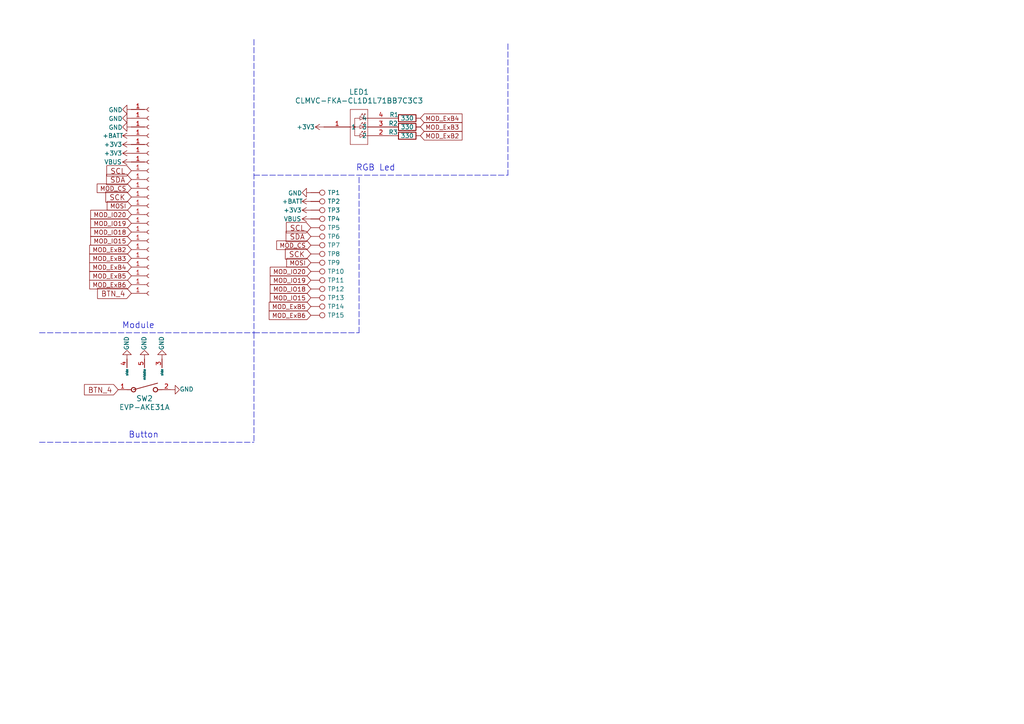
<source format=kicad_sch>
(kicad_sch (version 20231120) (generator "eeschema") (generator_version "8.0")
  (paper "A4")
  (lib_symbols
    (symbol "Yatchy:+3.3V-power" (power) (pin_names (offset 0))
      (property "Value" "power_+3.3V" (at 0 3.556 0))
      (symbol "+3.3V-power_0_1"
        (polyline (pts (xy -0.762 1.27) (xy 0 2.54)))
        (polyline (pts (xy 0 0) (xy 0 2.54)))
        (polyline (pts (xy 0 2.54) (xy 0.762 1.27)))
      )
      (symbol "+3.3V-power_1_1"
        (pin power_in line (at 0 0 90) (length 0) hide (name "+3V3") (number "1"))
      )
    )
    (symbol "Yatchy:+BATT-power" (power) (pin_names (offset 0))
      (property "Value" "power_+BATT" (at 0 3.556 0))
      (symbol "+BATT-power_0_1"
        (polyline (pts (xy -0.762 1.27) (xy 0 2.54)))
        (polyline (pts (xy 0 0) (xy 0 2.54)))
        (polyline (pts (xy 0 2.54) (xy 0.762 1.27)))
      )
      (symbol "+BATT-power_1_1"
        (pin power_in line (at 0 0 90) (length 0) hide (name "+BATT") (number "1"))
      )
    )
    (symbol "Yatchy:CLMVC-FKA-CL1D1L71BB7C3C3" (pin_names (offset 0.254))
      (property "Reference" "LED" (at 10.16 10.16 0))
      (property "Value" "CLMVC-FKA-CL1D1L71BB7C3C3" (at 10.16 7.62 0))
      (symbol "CLMVC-FKA-CL1D1L71BB7C3C3_0_1"
        (polyline (pts (xy 7.62 -5.08) (xy 12.7 -5.08)) (stroke (width 0.127)))
        (polyline (pts (xy 7.62 0) (xy 10.414 0)) (stroke (width 0.127)))
        (polyline (pts (xy 7.62 5.08) (xy 7.62 -5.08)) (stroke (width 0.127)))
        (polyline (pts (xy 8.89 -2.54) (xy 10.414 -2.54)) (stroke (width 0.127)))
        (polyline (pts (xy 8.89 2.54) (xy 8.89 -2.54)) (stroke (width 0.127)))
        (polyline (pts (xy 8.89 2.54) (xy 10.414 2.54)) (stroke (width 0.127)))
        (polyline (pts (xy 10.414 -2.032) (xy 10.414 -3.048)) (stroke (width 0.127)))
        (polyline (pts (xy 10.414 -2.032) (xy 11.43 -2.54)) (stroke (width 0.127)))
        (polyline (pts (xy 10.414 0.508) (xy 10.414 -0.508)) (stroke (width 0.127)))
        (polyline (pts (xy 10.414 0.508) (xy 11.43 0)) (stroke (width 0.127)))
        (polyline (pts (xy 10.414 3.048) (xy 10.414 2.032)) (stroke (width 0.127)))
        (polyline (pts (xy 10.414 3.048) (xy 11.43 2.54)) (stroke (width 0.127)))
        (polyline (pts (xy 10.668 -1.778) (xy 11.176 -1.27)) (stroke (width 0.127)))
        (polyline (pts (xy 10.668 0.762) (xy 11.176 1.27)) (stroke (width 0.127)))
        (polyline (pts (xy 10.668 3.302) (xy 11.176 3.81)) (stroke (width 0.127)))
        (polyline (pts (xy 11.176 -1.27) (xy 10.922 -1.27)) (stroke (width 0.127)))
        (polyline (pts (xy 11.176 -1.27) (xy 11.176 -1.524)) (stroke (width 0.127)))
        (polyline (pts (xy 11.176 1.27) (xy 10.922 1.27)) (stroke (width 0.127)))
        (polyline (pts (xy 11.176 1.27) (xy 11.176 1.016)) (stroke (width 0.127)))
        (polyline (pts (xy 11.176 3.81) (xy 10.922 3.81)) (stroke (width 0.127)))
        (polyline (pts (xy 11.176 3.81) (xy 11.176 3.556)) (stroke (width 0.127)))
        (polyline (pts (xy 11.43 -2.54) (xy 10.414 -3.048)) (stroke (width 0.127)))
        (polyline (pts (xy 11.43 -2.54) (xy 12.7 -2.54)) (stroke (width 0.127)))
        (polyline (pts (xy 11.43 -2.032) (xy 11.43 -3.048)) (stroke (width 0.127)))
        (polyline (pts (xy 11.43 -1.778) (xy 11.938 -1.27)) (stroke (width 0.127)))
        (polyline (pts (xy 11.43 0) (xy 10.414 -0.508)) (stroke (width 0.127)))
        (polyline (pts (xy 11.43 0) (xy 12.7 0)) (stroke (width 0.127)))
        (polyline (pts (xy 11.43 0.508) (xy 11.43 -0.508)) (stroke (width 0.127)))
        (polyline (pts (xy 11.43 0.762) (xy 11.938 1.27)) (stroke (width 0.127)))
        (polyline (pts (xy 11.43 2.54) (xy 10.414 2.032)) (stroke (width 0.127)))
        (polyline (pts (xy 11.43 2.54) (xy 12.7 2.54)) (stroke (width 0.127)))
        (polyline (pts (xy 11.43 3.048) (xy 11.43 2.032)) (stroke (width 0.127)))
        (polyline (pts (xy 11.43 3.302) (xy 11.938 3.81)) (stroke (width 0.127)))
        (polyline (pts (xy 11.684 -1.27) (xy 11.938 -1.27)) (stroke (width 0.127)))
        (polyline (pts (xy 11.684 1.27) (xy 11.938 1.27)) (stroke (width 0.127)))
        (polyline (pts (xy 11.684 3.81) (xy 11.938 3.81)) (stroke (width 0.127)))
        (polyline (pts (xy 11.938 -1.27) (xy 11.938 -1.524)) (stroke (width 0.127)))
        (polyline (pts (xy 11.938 1.27) (xy 11.938 1.016)) (stroke (width 0.127)))
        (polyline (pts (xy 11.938 3.81) (xy 11.938 3.556)) (stroke (width 0.127)))
        (polyline (pts (xy 12.7 -5.08) (xy 12.7 5.08)) (stroke (width 0.127)))
        (polyline (pts (xy 12.7 5.08) (xy 7.62 5.08)) (stroke (width 0.127)))
        (circle (center 8.89 0) (radius 0.127) (stroke (width 0.254)))
        (pin unspecified line (at 0 0 0) (length 7.62) (name "1") (number "1"))
        (pin unspecified line (at 20.32 -2.54 180) (length 7.62) (name "2") (number "2"))
        (pin unspecified line (at 20.32 0 180) (length 7.62) (name "3") (number "3"))
        (pin unspecified line (at 20.32 2.54 180) (length 7.62) (name "4") (number "4"))
      )
    )
    (symbol "Yatchy:Conn_01x01_Socket" (pin_names (offset 1.016) hide)
      (property "Reference" "J" (at 0 2.54 0))
      (property "Value" "Conn_01x01_Socket" (at 0 -2.54 0))
      (symbol "Conn_01x01_Socket_1_1"
        (polyline (pts (xy -1.27 0) (xy -0.508 0)) (stroke (width 0.1524)))
        (arc (start 0 0.508) (mid -0.5058 0) (end 0 -0.508) (stroke (width 0.1524)))
        (pin passive line (at -5.08 0 0) (length 3.81) (name "Pin_1") (number "1"))
      )
    )
    (symbol "Yatchy:EVP-AKE31A" (pin_names (offset 0.254))
      (property "Reference" "SW" (at 7.112 -2.794 0))
      (property "Value" "EVP-AKE31A" (at 6.858 -5.588 0))
      (symbol "EVP-AKE31A_0_1"
        (polyline (pts (xy 2.54 0) (xy 3.81 0)) (stroke (width 0.2032)))
        (polyline (pts (xy 4.445 0) (xy 11.43 1.905)) (stroke (width 0.2032)))
        (polyline (pts (xy 12.7 0) (xy 11.43 0)) (stroke (width 0.2032)))
        (circle (center 4.445 0) (radius 0.635) (stroke (width 0.254)))
        (circle (center 10.795 0) (radius 0.635) (stroke (width 0.254)))
      )
      (symbol "EVP-AKE31A_1_1"
        (pin unspecified line (at 0 0 0) (length 2.54) (name "") (number "1"))
        (pin unspecified line (at 15.24 0 180) (length 2.54) (name "") (number "2"))
        (pin input line (at 12.7 8.89 270) (length 2.54) (name "side") (number "3"))
        (pin input line (at 2.54 8.89 270) (length 2.54) (name "side") (number "4"))
        (pin input line (at 7.62 8.89 270) (length 2.54) (name "middle") (number "5"))
      )
    )
    (symbol "Yatchy:GND-power" (power) (pin_names (offset 0))
      (property "Value" "power_GND" (at 0 -3.81 0))
      (symbol "GND-power_0_1"
        (polyline (pts (xy 0 0) (xy 0 -1.27) (xy 1.27 -1.27) (xy 0 -2.54) (xy -1.27 -1.27) (xy 0 -1.27)))
      )
      (symbol "GND-power_1_1"
        (pin power_in line (at 0 0 270) (length 0) hide (name "GND") (number "1"))
      )
    )
    (symbol "Yatchy:R" (pin_numbers hide) (pin_names (offset 0))
      (property "Reference" "R" (at 2.032 0 90))
      (property "Value" "R" (at 0 0 90))
      (symbol "R_0_1"
        (rectangle (start -1.016 -2.54) (end 1.016 2.54) (stroke (width 0.254)))
      )
      (symbol "R_1_1"
        (pin passive line (at 0 3.81 270) (length 1.27) (name "~") (number "1"))
        (pin passive line (at 0 -3.81 90) (length 1.27) (name "~") (number "2"))
      )
    )
    (symbol "Yatchy:TestPoint" (pin_numbers hide) (pin_names (offset 0.762) hide)
      (property "Reference" "TP" (at 0 6.858 0))
      (property "Value" "TestPoint" (at 0 5.08 0))
      (symbol "TestPoint_0_1"
        (circle (center 0 3.302) (radius 0.762))
      )
      (symbol "TestPoint_1_1"
        (pin passive line (at 0 0 90) (length 2.54) (name "1") (number "1"))
      )
    )
    (symbol "Yatchy:VBUS-power" (power) (pin_names (offset 0))
      (property "Value" "power_VBUS" (at 0 3.81 0))
      (symbol "VBUS-power_0_1"
        (polyline (pts (xy -0.762 1.27) (xy 0 2.54)))
        (polyline (pts (xy 0 0) (xy 0 2.54)))
        (polyline (pts (xy 0 2.54) (xy 0.762 1.27)))
      )
      (symbol "VBUS-power_1_1"
        (pin power_in line (at 0 0 90) (length 0) hide (name "VBUS") (number "1"))
      )
    )
  )
  (polyline (pts (xy 104.14 96.52) (xy 104.14 50.8)) (stroke (width 0) (type dash)))
  (polyline (pts (xy 73.66 96.52) (xy 73.66 128.27)) (stroke (width 0) (type dash)))
  (polyline (pts (xy 147.32 12.7) (xy 147.32 50.8)) (stroke (width 0) (type dash)))
  (polyline (pts (xy 73.66 50.8) (xy 147.32 50.8)) (stroke (width 0) (type dash)))
  (polyline (pts (xy 11.43 96.52) (xy 73.66 96.52)) (stroke (width 0) (type dash)))
  (polyline (pts (xy 73.66 11.43) (xy 73.66 96.52)) (stroke (width 0) (type dash)))
  (polyline (pts (xy 11.43 128.27) (xy 73.66 128.27)) (stroke (width 0) (type dash)))
  (polyline (pts (xy 73.66 96.52) (xy 104.14 96.52)) (stroke (width 0) (type dash)))
  (text "RGB Led\n" (at 108.966 48.768 0) (effects (font (size 1.778 1.778))))
  (text "Button\n" (at 41.656 126.238 0) (effects (font (size 1.778 1.778))))
  (text "Module" (at 40.132 94.488 0) (effects (font (size 1.778 1.778))))
  (global_label "MOSI" (shape input) (at 38.1 59.69 180) (property "Intersheetrefs" "${INTERSHEET_REFS}" (effects (hide yes))))
  (global_label "MOD_ExB3" (shape input) (at 38.1 74.93 180) (property "Intersheetrefs" "${INTERSHEET_REFS}" (effects (hide yes))))
  (global_label "SCK" (shape input) (at 90.17 73.66 180) (effects (font (size 1.524 1.524))) (property "Intersheetrefs" "${INTERSHEET_REFS}" (effects (hide yes))))
  (global_label "MOD_IO20" (shape input) (at 90.17 78.74 180) (property "Intersheetrefs" "${INTERSHEET_REFS}" (effects (hide yes))))
  (global_label "BTN_4" (shape input) (at 34.29 113.03 180) (effects (font (size 1.524 1.524))) (property "Intersheetrefs" "${INTERSHEET_REFS}" (effects (hide yes))))
  (global_label "MOD_ExB2" (shape input) (at 38.1 72.39 180) (property "Intersheetrefs" "${INTERSHEET_REFS}" (effects (hide yes))))
  (global_label "MOD_ExB6" (shape input) (at 38.1 82.55 180) (property "Intersheetrefs" "${INTERSHEET_REFS}" (effects (hide yes))))
  (global_label "MOD_IO18" (shape input) (at 38.1 67.31 180) (property "Intersheetrefs" "${INTERSHEET_REFS}" (effects (hide yes))))
  (global_label "MOD_ExB2" (shape input) (at 121.92 39.37 0) (property "Intersheetrefs" "${INTERSHEET_REFS}" (effects (hide yes))))
  (global_label "MOD_CS" (shape input) (at 90.17 71.12 180) (property "Intersheetrefs" "${INTERSHEET_REFS}" (effects (hide yes))))
  (global_label "MOD_ExB5" (shape input) (at 90.17 88.9 180) (property "Intersheetrefs" "${INTERSHEET_REFS}" (effects (hide yes))))
  (global_label "SCL" (shape input) (at 38.1 49.53 180) (effects (font (size 1.524 1.524))) (property "Intersheetrefs" "${INTERSHEET_REFS}" (effects (hide yes))))
  (global_label "BTN_4" (shape input) (at 38.1 85.09 180) (effects (font (size 1.524 1.524))) (property "Intersheetrefs" "${INTERSHEET_REFS}" (effects (hide yes))))
  (global_label "MOD_IO19" (shape input) (at 38.1 64.77 180) (property "Intersheetrefs" "${INTERSHEET_REFS}" (effects (hide yes))))
  (global_label "MOD_ExB3" (shape input) (at 121.92 36.83 0) (property "Intersheetrefs" "${INTERSHEET_REFS}" (effects (hide yes))))
  (global_label "MOD_ExB6" (shape input) (at 90.17 91.44 180) (property "Intersheetrefs" "${INTERSHEET_REFS}" (effects (hide yes))))
  (global_label "SDA" (shape input) (at 90.17 68.58 180) (effects (font (size 1.524 1.524))) (property "Intersheetrefs" "${INTERSHEET_REFS}" (effects (hide yes))))
  (global_label "SCL" (shape input) (at 90.17 66.04 180) (effects (font (size 1.524 1.524))) (property "Intersheetrefs" "${INTERSHEET_REFS}" (effects (hide yes))))
  (global_label "MOD_ExB5" (shape input) (at 38.1 80.01 180) (property "Intersheetrefs" "${INTERSHEET_REFS}" (effects (hide yes))))
  (global_label "MOD_IO15" (shape input) (at 90.17 86.36 180) (property "Intersheetrefs" "${INTERSHEET_REFS}" (effects (hide yes))))
  (global_label "MOD_IO15" (shape input) (at 38.1 69.85 180) (property "Intersheetrefs" "${INTERSHEET_REFS}" (effects (hide yes))))
  (global_label "MOD_IO20" (shape input) (at 38.1 62.23 180) (property "Intersheetrefs" "${INTERSHEET_REFS}" (effects (hide yes))))
  (global_label "MOD_CS" (shape input) (at 38.1 54.61 180) (property "Intersheetrefs" "${INTERSHEET_REFS}" (effects (hide yes))))
  (global_label "MOD_ExB4" (shape input) (at 121.92 34.29 0) (property "Intersheetrefs" "${INTERSHEET_REFS}" (effects (hide yes))))
  (global_label "MOD_IO19" (shape input) (at 90.17 81.28 180) (property "Intersheetrefs" "${INTERSHEET_REFS}" (effects (hide yes))))
  (global_label "MOD_ExB4" (shape input) (at 38.1 77.47 180) (property "Intersheetrefs" "${INTERSHEET_REFS}" (effects (hide yes))))
  (global_label "MOSI" (shape input) (at 90.17 76.2 180) (property "Intersheetrefs" "${INTERSHEET_REFS}" (effects (hide yes))))
  (global_label "SDA" (shape input) (at 38.1 52.07 180) (effects (font (size 1.524 1.524))) (property "Intersheetrefs" "${INTERSHEET_REFS}" (effects (hide yes))))
  (global_label "SCK" (shape input) (at 38.1 57.15 180) (effects (font (size 1.524 1.524))) (property "Intersheetrefs" "${INTERSHEET_REFS}" (effects (hide yes))))
  (global_label "MOD_IO18" (shape input) (at 90.17 83.82 180) (property "Intersheetrefs" "${INTERSHEET_REFS}" (effects (hide yes))))
  (symbol (lib_id "Yatchy:TestPoint") (at 90.17 81.28 270) (unit 1)
    (property "Reference" "TP11" (at 94.996 81.28 90) (effects (justify left)))
    (property "Value" "TestPoint" (effects (hide yes)))
    (property "Footprint" "module:TestPoint_THTPad_D1.0mm_Drill0.5mm" (effects (hide yes)))
    (property "Description" "test point" (effects (hide yes)))
  )
  (symbol (lib_id "Yatchy:+3.3V-power") (at 93.98 36.83 90) (unit 1)
    (property "Reference" "#PWR06" (effects (hide yes)))
    (property "Value" "+3V3" (at 91.313 36.83 90) (effects (justify left)))
  )
  (symbol (lib_id "Yatchy:EVP-AKE31A") (at 34.29 113.03 0) (unit 1)
    (property "Reference" "SW2" (at 41.91 115.57 0) (effects (font (size 1.524 1.524))))
    (property "Value" "EVP-AKE31A" (at 41.91 118.11 0) (effects (font (size 1.524 1.524))))
    (property "Footprint" "SW_EVP-AKE31A_PAN" (effects (hide yes)))
    (property "Datasheet" "EVP-AKE31A" (effects (hide yes)))
  )
  (symbol (lib_id "Yatchy:GND-power") (at 38.1 31.75 270) (mirror x) (unit 1)
    (property "Reference" "#PWR03" (effects (hide yes)))
    (property "Value" "GND" (at 35.56 31.877 90) (effects (justify right)))
  )
  (symbol (lib_id "Yatchy:Conn_01x01_Socket") (at 43.18 77.47 0) (unit 1)
    (property "Reference" "J19" (effects (hide yes)))
    (property "Value" "MOD_CONN" (effects (hide yes)))
    (property "Footprint" "Yatchy:mod_Connector" (effects (hide yes)))
    (property "Description" "Generic connector, single row, 01x01, script generated" (effects (hide yes)))
  )
  (symbol (lib_id "Yatchy:GND-power") (at 41.91 104.14 0) (mirror x) (unit 1)
    (property "Reference" "#PWR08" (effects (hide yes)))
    (property "Value" "GND" (at 41.783 101.6 90) (effects (justify right)))
  )
  (symbol (lib_id "Yatchy:TestPoint") (at 90.17 78.74 270) (unit 1)
    (property "Reference" "TP10" (at 94.996 78.74 90) (effects (justify left)))
    (property "Value" "TestPoint" (effects (hide yes)))
    (property "Footprint" "module:TestPoint_THTPad_D1.0mm_Drill0.5mm" (effects (hide yes)))
    (property "Description" "test point" (effects (hide yes)))
  )
  (symbol (lib_id "Yatchy:TestPoint") (at 90.17 66.04 270) (unit 1)
    (property "Reference" "TP5" (at 94.996 66.04 90) (effects (justify left)))
    (property "Value" "TestPoint" (effects (hide yes)))
    (property "Footprint" "module:TestPoint_THTPad_D1.0mm_Drill0.5mm" (effects (hide yes)))
    (property "Description" "test point" (effects (hide yes)))
  )
  (symbol (lib_id "Yatchy:TestPoint") (at 90.17 86.36 270) (unit 1)
    (property "Reference" "TP13" (at 94.996 86.36 90) (effects (justify left)))
    (property "Value" "TestPoint" (effects (hide yes)))
    (property "Footprint" "module:TestPoint_THTPad_D1.0mm_Drill0.5mm" (effects (hide yes)))
    (property "Description" "test point" (effects (hide yes)))
  )
  (symbol (lib_id "Yatchy:R") (at 118.11 36.83 90) (unit 1)
    (property "Reference" "R2" (at 114.046 35.814 90))
    (property "Value" "330" (at 118.11 36.83 90))
    (property "Footprint" "Resistor_SMD:R_0402_1005Metric" (effects (hide yes)))
    (property "Description" "Resistor" (effects (hide yes)))
  )
  (symbol (lib_id "Yatchy:+3.3V-power") (at 38.1 41.91 90) (unit 1)
    (property "Reference" "#PWR012" (effects (hide yes)))
    (property "Value" "+3V3" (at 35.433 41.91 90) (effects (justify left)))
  )
  (symbol (lib_id "Yatchy:GND-power") (at 49.53 113.03 90) (mirror x) (unit 1)
    (property "Reference" "#PWR015" (effects (hide yes)))
    (property "Value" "GND" (at 52.07 112.903 90) (effects (justify right)))
  )
  (symbol (lib_id "Yatchy:TestPoint") (at 90.17 76.2 270) (unit 1)
    (property "Reference" "TP9" (at 94.996 76.2 90) (effects (justify left)))
    (property "Value" "TestPoint" (effects (hide yes)))
    (property "Footprint" "module:TestPoint_THTPad_D1.0mm_Drill0.5mm" (effects (hide yes)))
    (property "Description" "test point" (effects (hide yes)))
  )
  (symbol (lib_id "Yatchy:TestPoint") (at 90.17 71.12 270) (unit 1)
    (property "Reference" "TP7" (at 94.996 71.12 90) (effects (justify left)))
    (property "Value" "TestPoint" (effects (hide yes)))
    (property "Footprint" "module:TestPoint_THTPad_D1.0mm_Drill0.5mm" (effects (hide yes)))
    (property "Description" "test point" (effects (hide yes)))
  )
  (symbol (lib_id "Yatchy:GND-power") (at 36.83 104.14 0) (mirror x) (unit 1)
    (property "Reference" "#PWR09" (effects (hide yes)))
    (property "Value" "GND" (at 36.703 101.6 90) (effects (justify right)))
  )
  (symbol (lib_id "Yatchy:Conn_01x01_Socket") (at 43.18 85.09 0) (unit 1)
    (property "Reference" "J22" (effects (hide yes)))
    (property "Value" "MOD_CONN" (effects (hide yes)))
    (property "Footprint" "Yatchy:mod_Connector" (effects (hide yes)))
    (property "Description" "Generic connector, single row, 01x01, script generated" (effects (hide yes)))
  )
  (symbol (lib_id "Yatchy:Conn_01x01_Socket") (at 43.18 39.37 0) (unit 1)
    (property "Reference" "J4" (effects (hide yes)))
    (property "Value" "MOD_CONN" (effects (hide yes)))
    (property "Footprint" "Yatchy:mod_Connector" (effects (hide yes)))
    (property "Description" "Generic connector, single row, 01x01, script generated" (effects (hide yes)))
  )
  (symbol (lib_id "Yatchy:Conn_01x01_Socket") (at 43.18 52.07 0) (unit 1)
    (property "Reference" "J9" (effects (hide yes)))
    (property "Value" "MOD_CONN" (effects (hide yes)))
    (property "Footprint" "Yatchy:mod_Connector" (effects (hide yes)))
    (property "Description" "Generic connector, single row, 01x01, script generated" (effects (hide yes)))
  )
  (symbol (lib_id "Yatchy:TestPoint") (at 90.17 60.96 270) (unit 1)
    (property "Reference" "TP3" (at 94.996 60.96 90) (effects (justify left)))
    (property "Value" "TestPoint" (effects (hide yes)))
    (property "Footprint" "module:TestPoint_THTPad_D1.0mm_Drill0.5mm" (effects (hide yes)))
    (property "Description" "test point" (effects (hide yes)))
  )
  (symbol (lib_id "Yatchy:Conn_01x01_Socket") (at 43.18 59.69 0) (unit 1)
    (property "Reference" "J12" (effects (hide yes)))
    (property "Value" "MOD_CONN" (effects (hide yes)))
    (property "Footprint" "Yatchy:mod_Connector" (effects (hide yes)))
    (property "Description" "Generic connector, single row, 01x01, script generated" (effects (hide yes)))
  )
  (symbol (lib_id "Yatchy:Conn_01x01_Socket") (at 43.18 57.15 0) (unit 1)
    (property "Reference" "J11" (effects (hide yes)))
    (property "Value" "MOD_CONN" (effects (hide yes)))
    (property "Footprint" "Yatchy:mod_Connector" (effects (hide yes)))
    (property "Description" "Generic connector, single row, 01x01, script generated" (effects (hide yes)))
  )
  (symbol (lib_id "Yatchy:Conn_01x01_Socket") (at 43.18 44.45 0) (unit 1)
    (property "Reference" "J6" (effects (hide yes)))
    (property "Value" "MOD_CONN" (effects (hide yes)))
    (property "Footprint" "Yatchy:mod_Connector" (effects (hide yes)))
    (property "Description" "Generic connector, single row, 01x01, script generated" (effects (hide yes)))
  )
  (symbol (lib_id "Yatchy:VBUS-power") (at 90.17 63.5 90) (unit 1)
    (property "Reference" "#PWR020" (effects (hide yes)))
    (property "Value" "VBUS" (at 84.836 63.5 90))
  )
  (symbol (lib_id "Yatchy:TestPoint") (at 90.17 83.82 270) (unit 1)
    (property "Reference" "TP12" (at 94.996 83.82 90) (effects (justify left)))
    (property "Value" "TestPoint" (effects (hide yes)))
    (property "Footprint" "module:TestPoint_THTPad_D1.0mm_Drill0.5mm" (effects (hide yes)))
    (property "Description" "test point" (effects (hide yes)))
  )
  (symbol (lib_id "Yatchy:Conn_01x01_Socket") (at 43.18 82.55 0) (unit 1)
    (property "Reference" "J21" (effects (hide yes)))
    (property "Value" "MOD_CONN" (effects (hide yes)))
    (property "Footprint" "Yatchy:mod_Connector" (effects (hide yes)))
    (property "Description" "Generic connector, single row, 01x01, script generated" (effects (hide yes)))
  )
  (symbol (lib_id "Yatchy:TestPoint") (at 90.17 68.58 270) (unit 1)
    (property "Reference" "TP6" (at 94.996 68.58 90) (effects (justify left)))
    (property "Value" "TestPoint" (effects (hide yes)))
    (property "Footprint" "module:TestPoint_THTPad_D1.0mm_Drill0.5mm" (effects (hide yes)))
    (property "Description" "test point" (effects (hide yes)))
  )
  (symbol (lib_id "Yatchy:+3.3V-power") (at 38.1 44.45 90) (unit 1)
    (property "Reference" "#PWR013" (effects (hide yes)))
    (property "Value" "+3V3" (at 35.433 44.45 90) (effects (justify left)))
  )
  (symbol (lib_id "Yatchy:GND-power") (at 38.1 34.29 270) (mirror x) (unit 1)
    (property "Reference" "#PWR04" (effects (hide yes)))
    (property "Value" "GND" (at 35.56 34.417 90) (effects (justify right)))
  )
  (symbol (lib_id "Yatchy:Conn_01x01_Socket") (at 43.18 67.31 0) (unit 1)
    (property "Reference" "J15" (effects (hide yes)))
    (property "Value" "MOD_CONN" (effects (hide yes)))
    (property "Footprint" "Yatchy:mod_Connector" (effects (hide yes)))
    (property "Description" "Generic connector, single row, 01x01, script generated" (effects (hide yes)))
  )
  (symbol (lib_id "Yatchy:+BATT-power") (at 38.1 39.37 90) (unit 1)
    (property "Reference" "#PWR011" (effects (hide yes)))
    (property "Value" "+BATT" (at 32.766 39.37 90))
  )
  (symbol (lib_id "Yatchy:GND-power") (at 90.17 55.88 270) (mirror x) (unit 1)
    (property "Reference" "#PWR01" (effects (hide yes)))
    (property "Value" "GND" (at 87.63 56.007 90) (effects (justify right)))
  )
  (symbol (lib_id "Yatchy:GND-power") (at 38.1 36.83 270) (mirror x) (unit 1)
    (property "Reference" "#PWR010" (effects (hide yes)))
    (property "Value" "GND" (at 35.56 36.957 90) (effects (justify right)))
  )
  (symbol (lib_id "Yatchy:TestPoint") (at 90.17 63.5 270) (unit 1)
    (property "Reference" "TP4" (at 94.996 63.5 90) (effects (justify left)))
    (property "Value" "TestPoint" (effects (hide yes)))
    (property "Footprint" "module:TestPoint_THTPad_D1.0mm_Drill0.5mm" (effects (hide yes)))
    (property "Description" "test point" (effects (hide yes)))
  )
  (symbol (lib_id "Yatchy:Conn_01x01_Socket") (at 43.18 49.53 0) (unit 1)
    (property "Reference" "J8" (effects (hide yes)))
    (property "Value" "MOD_CONN" (effects (hide yes)))
    (property "Footprint" "Yatchy:mod_Connector" (effects (hide yes)))
    (property "Description" "Generic connector, single row, 01x01, script generated" (effects (hide yes)))
  )
  (symbol (lib_id "Yatchy:CLMVC-FKA-CL1D1L71BB7C3C3") (at 93.98 36.83 0) (unit 1)
    (property "Reference" "LED1" (at 104.14 26.67 0) (effects (font (size 1.524 1.524))))
    (property "Value" "CLMVC-FKA-CL1D1L71BB7C3C3" (at 104.14 29.21 0) (effects (font (size 1.524 1.524))))
    (property "Footprint" "Yatchy:CLMVC-FKA-CL1D1L71BB7C3C3_CRE" (effects (hide yes)))
    (property "Datasheet" "CLMVC-FKA-CL1D1L71BB7C3C3" (effects (hide yes)))
  )
  (symbol (lib_id "Yatchy:GND-power") (at 46.99 104.14 0) (mirror x) (unit 1)
    (property "Reference" "#PWR05" (effects (hide yes)))
    (property "Value" "GND" (at 46.863 101.6 90) (effects (justify right)))
  )
  (symbol (lib_id "Yatchy:Conn_01x01_Socket") (at 43.18 74.93 0) (unit 1)
    (property "Reference" "J18" (effects (hide yes)))
    (property "Value" "MOD_CONN" (effects (hide yes)))
    (property "Footprint" "Yatchy:mod_Connector" (effects (hide yes)))
    (property "Description" "Generic connector, single row, 01x01, script generated" (effects (hide yes)))
  )
  (symbol (lib_id "Yatchy:Conn_01x01_Socket") (at 43.18 36.83 0) (unit 1)
    (property "Reference" "J3" (effects (hide yes)))
    (property "Value" "MOD_CONN" (effects (hide yes)))
    (property "Footprint" "Yatchy:mod_Connector" (effects (hide yes)))
    (property "Description" "Generic connector, single row, 01x01, script generated" (effects (hide yes)))
  )
  (symbol (lib_id "Yatchy:Conn_01x01_Socket") (at 43.18 62.23 0) (unit 1)
    (property "Reference" "J13" (effects (hide yes)))
    (property "Value" "MOD_CONN" (effects (hide yes)))
    (property "Footprint" "Yatchy:mod_Connector" (effects (hide yes)))
    (property "Description" "Generic connector, single row, 01x01, script generated" (effects (hide yes)))
  )
  (symbol (lib_id "Yatchy:TestPoint") (at 90.17 88.9 270) (unit 1)
    (property "Reference" "TP14" (at 94.996 88.9 90) (effects (justify left)))
    (property "Value" "TestPoint" (effects (hide yes)))
    (property "Footprint" "module:TestPoint_THTPad_D1.0mm_Drill0.5mm" (effects (hide yes)))
    (property "Description" "test point" (effects (hide yes)))
  )
  (symbol (lib_id "Yatchy:+3.3V-power") (at 90.17 60.96 90) (unit 1)
    (property "Reference" "#PWR019" (effects (hide yes)))
    (property "Value" "+3V3" (at 87.503 60.96 90) (effects (justify left)))
  )
  (symbol (lib_id "Yatchy:Conn_01x01_Socket") (at 43.18 41.91 0) (unit 1)
    (property "Reference" "J5" (effects (hide yes)))
    (property "Value" "MOD_CONN" (effects (hide yes)))
    (property "Footprint" "Yatchy:mod_Connector" (effects (hide yes)))
    (property "Description" "Generic connector, single row, 01x01, script generated" (effects (hide yes)))
  )
  (symbol (lib_id "Yatchy:Conn_01x01_Socket") (at 43.18 34.29 0) (unit 1)
    (property "Reference" "J2" (effects (hide yes)))
    (property "Value" "MOD_CONN" (effects (hide yes)))
    (property "Footprint" "Yatchy:mod_Connector" (effects (hide yes)))
    (property "Description" "Generic connector, single row, 01x01, script generated" (effects (hide yes)))
  )
  (symbol (lib_id "Yatchy:Conn_01x01_Socket") (at 43.18 69.85 0) (unit 1)
    (property "Reference" "J16" (effects (hide yes)))
    (property "Value" "MOD_CONN" (effects (hide yes)))
    (property "Footprint" "Yatchy:mod_Connector" (effects (hide yes)))
    (property "Description" "Generic connector, single row, 01x01, script generated" (effects (hide yes)))
  )
  (symbol (lib_id "Yatchy:TestPoint") (at 90.17 55.88 270) (unit 1)
    (property "Reference" "TP1" (at 94.996 55.88 90) (effects (justify left)))
    (property "Value" "TestPoint" (effects (hide yes)))
    (property "Footprint" "module:TestPoint_THTPad_D1.0mm_Drill0.5mm" (effects (hide yes)))
    (property "Description" "test point" (effects (hide yes)))
  )
  (symbol (lib_id "Yatchy:Conn_01x01_Socket") (at 43.18 80.01 0) (unit 1)
    (property "Reference" "J20" (effects (hide yes)))
    (property "Value" "MOD_CONN" (effects (hide yes)))
    (property "Footprint" "Yatchy:mod_Connector" (effects (hide yes)))
    (property "Description" "Generic connector, single row, 01x01, script generated" (effects (hide yes)))
  )
  (symbol (lib_id "Yatchy:TestPoint") (at 90.17 73.66 270) (unit 1)
    (property "Reference" "TP8" (at 94.996 73.66 90) (effects (justify left)))
    (property "Value" "TestPoint" (effects (hide yes)))
    (property "Footprint" "module:TestPoint_THTPad_D1.0mm_Drill0.5mm" (effects (hide yes)))
    (property "Description" "test point" (effects (hide yes)))
  )
  (symbol (lib_id "Yatchy:TestPoint") (at 90.17 58.42 270) (unit 1)
    (property "Reference" "TP2" (at 94.996 58.42 90) (effects (justify left)))
    (property "Value" "TestPoint" (effects (hide yes)))
    (property "Footprint" "module:TestPoint_THTPad_D1.0mm_Drill0.5mm" (effects (hide yes)))
    (property "Description" "test point" (effects (hide yes)))
  )
  (symbol (lib_id "Yatchy:Conn_01x01_Socket") (at 43.18 72.39 0) (unit 1)
    (property "Reference" "J17" (effects (hide yes)))
    (property "Value" "MOD_CONN" (effects (hide yes)))
    (property "Footprint" "Yatchy:mod_Connector" (effects (hide yes)))
    (property "Description" "Generic connector, single row, 01x01, script generated" (effects (hide yes)))
  )
  (symbol (lib_id "Yatchy:Conn_01x01_Socket") (at 43.18 54.61 0) (unit 1)
    (property "Reference" "J10" (effects (hide yes)))
    (property "Value" "MOD_CONN" (effects (hide yes)))
    (property "Footprint" "Yatchy:mod_Connector" (effects (hide yes)))
    (property "Description" "Generic connector, single row, 01x01, script generated" (effects (hide yes)))
  )
  (symbol (lib_id "Yatchy:TestPoint") (at 90.17 91.44 270) (unit 1)
    (property "Reference" "TP15" (at 94.996 91.44 90) (effects (justify left)))
    (property "Value" "TestPoint" (effects (hide yes)))
    (property "Footprint" "module:TestPoint_THTPad_D1.0mm_Drill0.5mm" (effects (hide yes)))
    (property "Description" "test point" (effects (hide yes)))
  )
  (symbol (lib_id "Yatchy:+BATT-power") (at 90.17 58.42 90) (unit 1)
    (property "Reference" "#PWR017" (effects (hide yes)))
    (property "Value" "+BATT" (at 84.836 58.42 90))
  )
  (symbol (lib_id "Yatchy:VBUS-power") (at 38.1 46.99 90) (unit 1)
    (property "Reference" "#PWR014" (effects (hide yes)))
    (property "Value" "VBUS" (at 32.766 46.99 90))
  )
  (symbol (lib_id "Yatchy:Conn_01x01_Socket") (at 43.18 31.75 0) (unit 1)
    (property "Reference" "J1" (effects (hide yes)))
    (property "Value" "MOD_CONN" (effects (hide yes)))
    (property "Footprint" "Yatchy:mod_Connector" (effects (hide yes)))
    (property "Description" "Generic connector, single row, 01x01, script generated" (effects (hide yes)))
  )
  (symbol (lib_id "Yatchy:Conn_01x01_Socket") (at 43.18 46.99 0) (unit 1)
    (property "Reference" "J7" (effects (hide yes)))
    (property "Value" "MOD_CONN" (effects (hide yes)))
    (property "Footprint" "Yatchy:mod_Connector" (effects (hide yes)))
    (property "Description" "Generic connector, single row, 01x01, script generated" (effects (hide yes)))
  )
  (symbol (lib_id "Yatchy:R") (at 118.11 34.29 90) (unit 1)
    (property "Reference" "R1" (at 114.3 33.274 90))
    (property "Value" "330" (at 118.11 34.29 90))
    (property "Footprint" "Resistor_SMD:R_0402_1005Metric" (effects (hide yes)))
    (property "Description" "Resistor" (effects (hide yes)))
  )
  (symbol (lib_id "Yatchy:R") (at 118.11 39.37 90) (unit 1)
    (property "Reference" "R3" (at 114.046 38.354 90))
    (property "Value" "330" (at 118.11 39.37 90))
    (property "Footprint" "Resistor_SMD:R_0402_1005Metric" (effects (hide yes)))
    (property "Description" "Resistor" (effects (hide yes)))
  )
  (symbol (lib_id "Yatchy:Conn_01x01_Socket") (at 43.18 64.77 0) (unit 1)
    (property "Reference" "J14" (effects (hide yes)))
    (property "Value" "MOD_CONN" (effects (hide yes)))
    (property "Footprint" "Yatchy:mod_Connector" (effects (hide yes)))
    (property "Description" "Generic connector, single row, 01x01, script generated" (effects (hide yes)))
  )
)
</source>
